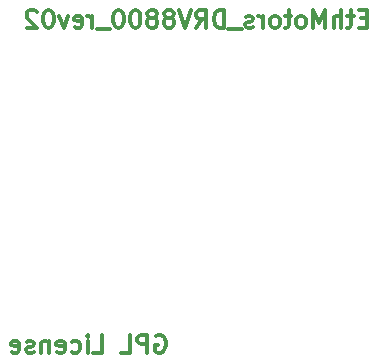
<source format=gbo>
G04 #@! TF.FileFunction,Legend,Bot*
%FSLAX46Y46*%
G04 Gerber Fmt 4.6, Leading zero omitted, Abs format (unit mm)*
G04 Created by KiCad (PCBNEW 4.0.6-e0-6349~53~ubuntu16.04.1) date Sat Aug  5 15:27:13 2017*
%MOMM*%
%LPD*%
G01*
G04 APERTURE LIST*
%ADD10C,0.150000*%
%ADD11C,0.300000*%
G04 APERTURE END LIST*
D10*
D11*
X99489286Y-117200000D02*
X99632143Y-117128571D01*
X99846429Y-117128571D01*
X100060714Y-117200000D01*
X100203572Y-117342857D01*
X100275000Y-117485714D01*
X100346429Y-117771429D01*
X100346429Y-117985714D01*
X100275000Y-118271429D01*
X100203572Y-118414286D01*
X100060714Y-118557143D01*
X99846429Y-118628571D01*
X99703572Y-118628571D01*
X99489286Y-118557143D01*
X99417857Y-118485714D01*
X99417857Y-117985714D01*
X99703572Y-117985714D01*
X98775000Y-118628571D02*
X98775000Y-117128571D01*
X98203572Y-117128571D01*
X98060714Y-117200000D01*
X97989286Y-117271429D01*
X97917857Y-117414286D01*
X97917857Y-117628571D01*
X97989286Y-117771429D01*
X98060714Y-117842857D01*
X98203572Y-117914286D01*
X98775000Y-117914286D01*
X96560714Y-118628571D02*
X97275000Y-118628571D01*
X97275000Y-117128571D01*
X94203571Y-118628571D02*
X94917857Y-118628571D01*
X94917857Y-117128571D01*
X93703571Y-118628571D02*
X93703571Y-117628571D01*
X93703571Y-117128571D02*
X93775000Y-117200000D01*
X93703571Y-117271429D01*
X93632143Y-117200000D01*
X93703571Y-117128571D01*
X93703571Y-117271429D01*
X92346428Y-118557143D02*
X92489285Y-118628571D01*
X92774999Y-118628571D01*
X92917857Y-118557143D01*
X92989285Y-118485714D01*
X93060714Y-118342857D01*
X93060714Y-117914286D01*
X92989285Y-117771429D01*
X92917857Y-117700000D01*
X92774999Y-117628571D01*
X92489285Y-117628571D01*
X92346428Y-117700000D01*
X91132143Y-118557143D02*
X91275000Y-118628571D01*
X91560714Y-118628571D01*
X91703571Y-118557143D01*
X91775000Y-118414286D01*
X91775000Y-117842857D01*
X91703571Y-117700000D01*
X91560714Y-117628571D01*
X91275000Y-117628571D01*
X91132143Y-117700000D01*
X91060714Y-117842857D01*
X91060714Y-117985714D01*
X91775000Y-118128571D01*
X90417857Y-117628571D02*
X90417857Y-118628571D01*
X90417857Y-117771429D02*
X90346429Y-117700000D01*
X90203571Y-117628571D01*
X89989286Y-117628571D01*
X89846429Y-117700000D01*
X89775000Y-117842857D01*
X89775000Y-118628571D01*
X89132143Y-118557143D02*
X88989286Y-118628571D01*
X88703571Y-118628571D01*
X88560714Y-118557143D01*
X88489286Y-118414286D01*
X88489286Y-118342857D01*
X88560714Y-118200000D01*
X88703571Y-118128571D01*
X88917857Y-118128571D01*
X89060714Y-118057143D01*
X89132143Y-117914286D01*
X89132143Y-117842857D01*
X89060714Y-117700000D01*
X88917857Y-117628571D01*
X88703571Y-117628571D01*
X88560714Y-117700000D01*
X87275000Y-118557143D02*
X87417857Y-118628571D01*
X87703571Y-118628571D01*
X87846428Y-118557143D01*
X87917857Y-118414286D01*
X87917857Y-117842857D01*
X87846428Y-117700000D01*
X87703571Y-117628571D01*
X87417857Y-117628571D01*
X87275000Y-117700000D01*
X87203571Y-117842857D01*
X87203571Y-117985714D01*
X87917857Y-118128571D01*
X117392855Y-90342857D02*
X116892855Y-90342857D01*
X116678569Y-91128571D02*
X117392855Y-91128571D01*
X117392855Y-89628571D01*
X116678569Y-89628571D01*
X116249998Y-90128571D02*
X115678569Y-90128571D01*
X116035712Y-89628571D02*
X116035712Y-90914286D01*
X115964284Y-91057143D01*
X115821426Y-91128571D01*
X115678569Y-91128571D01*
X115178569Y-91128571D02*
X115178569Y-89628571D01*
X114535712Y-91128571D02*
X114535712Y-90342857D01*
X114607141Y-90200000D01*
X114749998Y-90128571D01*
X114964283Y-90128571D01*
X115107141Y-90200000D01*
X115178569Y-90271429D01*
X113821426Y-91128571D02*
X113821426Y-89628571D01*
X113321426Y-90700000D01*
X112821426Y-89628571D01*
X112821426Y-91128571D01*
X111892854Y-91128571D02*
X112035712Y-91057143D01*
X112107140Y-90985714D01*
X112178569Y-90842857D01*
X112178569Y-90414286D01*
X112107140Y-90271429D01*
X112035712Y-90200000D01*
X111892854Y-90128571D01*
X111678569Y-90128571D01*
X111535712Y-90200000D01*
X111464283Y-90271429D01*
X111392854Y-90414286D01*
X111392854Y-90842857D01*
X111464283Y-90985714D01*
X111535712Y-91057143D01*
X111678569Y-91128571D01*
X111892854Y-91128571D01*
X110964283Y-90128571D02*
X110392854Y-90128571D01*
X110749997Y-89628571D02*
X110749997Y-90914286D01*
X110678569Y-91057143D01*
X110535711Y-91128571D01*
X110392854Y-91128571D01*
X109678568Y-91128571D02*
X109821426Y-91057143D01*
X109892854Y-90985714D01*
X109964283Y-90842857D01*
X109964283Y-90414286D01*
X109892854Y-90271429D01*
X109821426Y-90200000D01*
X109678568Y-90128571D01*
X109464283Y-90128571D01*
X109321426Y-90200000D01*
X109249997Y-90271429D01*
X109178568Y-90414286D01*
X109178568Y-90842857D01*
X109249997Y-90985714D01*
X109321426Y-91057143D01*
X109464283Y-91128571D01*
X109678568Y-91128571D01*
X108535711Y-91128571D02*
X108535711Y-90128571D01*
X108535711Y-90414286D02*
X108464283Y-90271429D01*
X108392854Y-90200000D01*
X108249997Y-90128571D01*
X108107140Y-90128571D01*
X107678569Y-91057143D02*
X107535712Y-91128571D01*
X107249997Y-91128571D01*
X107107140Y-91057143D01*
X107035712Y-90914286D01*
X107035712Y-90842857D01*
X107107140Y-90700000D01*
X107249997Y-90628571D01*
X107464283Y-90628571D01*
X107607140Y-90557143D01*
X107678569Y-90414286D01*
X107678569Y-90342857D01*
X107607140Y-90200000D01*
X107464283Y-90128571D01*
X107249997Y-90128571D01*
X107107140Y-90200000D01*
X106749997Y-91271429D02*
X105607140Y-91271429D01*
X105249997Y-91128571D02*
X105249997Y-89628571D01*
X104892854Y-89628571D01*
X104678569Y-89700000D01*
X104535711Y-89842857D01*
X104464283Y-89985714D01*
X104392854Y-90271429D01*
X104392854Y-90485714D01*
X104464283Y-90771429D01*
X104535711Y-90914286D01*
X104678569Y-91057143D01*
X104892854Y-91128571D01*
X105249997Y-91128571D01*
X102892854Y-91128571D02*
X103392854Y-90414286D01*
X103749997Y-91128571D02*
X103749997Y-89628571D01*
X103178569Y-89628571D01*
X103035711Y-89700000D01*
X102964283Y-89771429D01*
X102892854Y-89914286D01*
X102892854Y-90128571D01*
X102964283Y-90271429D01*
X103035711Y-90342857D01*
X103178569Y-90414286D01*
X103749997Y-90414286D01*
X102464283Y-89628571D02*
X101964283Y-91128571D01*
X101464283Y-89628571D01*
X100749997Y-90271429D02*
X100892855Y-90200000D01*
X100964283Y-90128571D01*
X101035712Y-89985714D01*
X101035712Y-89914286D01*
X100964283Y-89771429D01*
X100892855Y-89700000D01*
X100749997Y-89628571D01*
X100464283Y-89628571D01*
X100321426Y-89700000D01*
X100249997Y-89771429D01*
X100178569Y-89914286D01*
X100178569Y-89985714D01*
X100249997Y-90128571D01*
X100321426Y-90200000D01*
X100464283Y-90271429D01*
X100749997Y-90271429D01*
X100892855Y-90342857D01*
X100964283Y-90414286D01*
X101035712Y-90557143D01*
X101035712Y-90842857D01*
X100964283Y-90985714D01*
X100892855Y-91057143D01*
X100749997Y-91128571D01*
X100464283Y-91128571D01*
X100321426Y-91057143D01*
X100249997Y-90985714D01*
X100178569Y-90842857D01*
X100178569Y-90557143D01*
X100249997Y-90414286D01*
X100321426Y-90342857D01*
X100464283Y-90271429D01*
X99321426Y-90271429D02*
X99464284Y-90200000D01*
X99535712Y-90128571D01*
X99607141Y-89985714D01*
X99607141Y-89914286D01*
X99535712Y-89771429D01*
X99464284Y-89700000D01*
X99321426Y-89628571D01*
X99035712Y-89628571D01*
X98892855Y-89700000D01*
X98821426Y-89771429D01*
X98749998Y-89914286D01*
X98749998Y-89985714D01*
X98821426Y-90128571D01*
X98892855Y-90200000D01*
X99035712Y-90271429D01*
X99321426Y-90271429D01*
X99464284Y-90342857D01*
X99535712Y-90414286D01*
X99607141Y-90557143D01*
X99607141Y-90842857D01*
X99535712Y-90985714D01*
X99464284Y-91057143D01*
X99321426Y-91128571D01*
X99035712Y-91128571D01*
X98892855Y-91057143D01*
X98821426Y-90985714D01*
X98749998Y-90842857D01*
X98749998Y-90557143D01*
X98821426Y-90414286D01*
X98892855Y-90342857D01*
X99035712Y-90271429D01*
X97821427Y-89628571D02*
X97678570Y-89628571D01*
X97535713Y-89700000D01*
X97464284Y-89771429D01*
X97392855Y-89914286D01*
X97321427Y-90200000D01*
X97321427Y-90557143D01*
X97392855Y-90842857D01*
X97464284Y-90985714D01*
X97535713Y-91057143D01*
X97678570Y-91128571D01*
X97821427Y-91128571D01*
X97964284Y-91057143D01*
X98035713Y-90985714D01*
X98107141Y-90842857D01*
X98178570Y-90557143D01*
X98178570Y-90200000D01*
X98107141Y-89914286D01*
X98035713Y-89771429D01*
X97964284Y-89700000D01*
X97821427Y-89628571D01*
X96392856Y-89628571D02*
X96249999Y-89628571D01*
X96107142Y-89700000D01*
X96035713Y-89771429D01*
X95964284Y-89914286D01*
X95892856Y-90200000D01*
X95892856Y-90557143D01*
X95964284Y-90842857D01*
X96035713Y-90985714D01*
X96107142Y-91057143D01*
X96249999Y-91128571D01*
X96392856Y-91128571D01*
X96535713Y-91057143D01*
X96607142Y-90985714D01*
X96678570Y-90842857D01*
X96749999Y-90557143D01*
X96749999Y-90200000D01*
X96678570Y-89914286D01*
X96607142Y-89771429D01*
X96535713Y-89700000D01*
X96392856Y-89628571D01*
X95607142Y-91271429D02*
X94464285Y-91271429D01*
X94107142Y-91128571D02*
X94107142Y-90128571D01*
X94107142Y-90414286D02*
X94035714Y-90271429D01*
X93964285Y-90200000D01*
X93821428Y-90128571D01*
X93678571Y-90128571D01*
X92607143Y-91057143D02*
X92750000Y-91128571D01*
X93035714Y-91128571D01*
X93178571Y-91057143D01*
X93250000Y-90914286D01*
X93250000Y-90342857D01*
X93178571Y-90200000D01*
X93035714Y-90128571D01*
X92750000Y-90128571D01*
X92607143Y-90200000D01*
X92535714Y-90342857D01*
X92535714Y-90485714D01*
X93250000Y-90628571D01*
X92035714Y-90128571D02*
X91678571Y-91128571D01*
X91321429Y-90128571D01*
X90464286Y-89628571D02*
X90321429Y-89628571D01*
X90178572Y-89700000D01*
X90107143Y-89771429D01*
X90035714Y-89914286D01*
X89964286Y-90200000D01*
X89964286Y-90557143D01*
X90035714Y-90842857D01*
X90107143Y-90985714D01*
X90178572Y-91057143D01*
X90321429Y-91128571D01*
X90464286Y-91128571D01*
X90607143Y-91057143D01*
X90678572Y-90985714D01*
X90750000Y-90842857D01*
X90821429Y-90557143D01*
X90821429Y-90200000D01*
X90750000Y-89914286D01*
X90678572Y-89771429D01*
X90607143Y-89700000D01*
X90464286Y-89628571D01*
X89392858Y-89771429D02*
X89321429Y-89700000D01*
X89178572Y-89628571D01*
X88821429Y-89628571D01*
X88678572Y-89700000D01*
X88607143Y-89771429D01*
X88535715Y-89914286D01*
X88535715Y-90057143D01*
X88607143Y-90271429D01*
X89464286Y-91128571D01*
X88535715Y-91128571D01*
M02*

</source>
